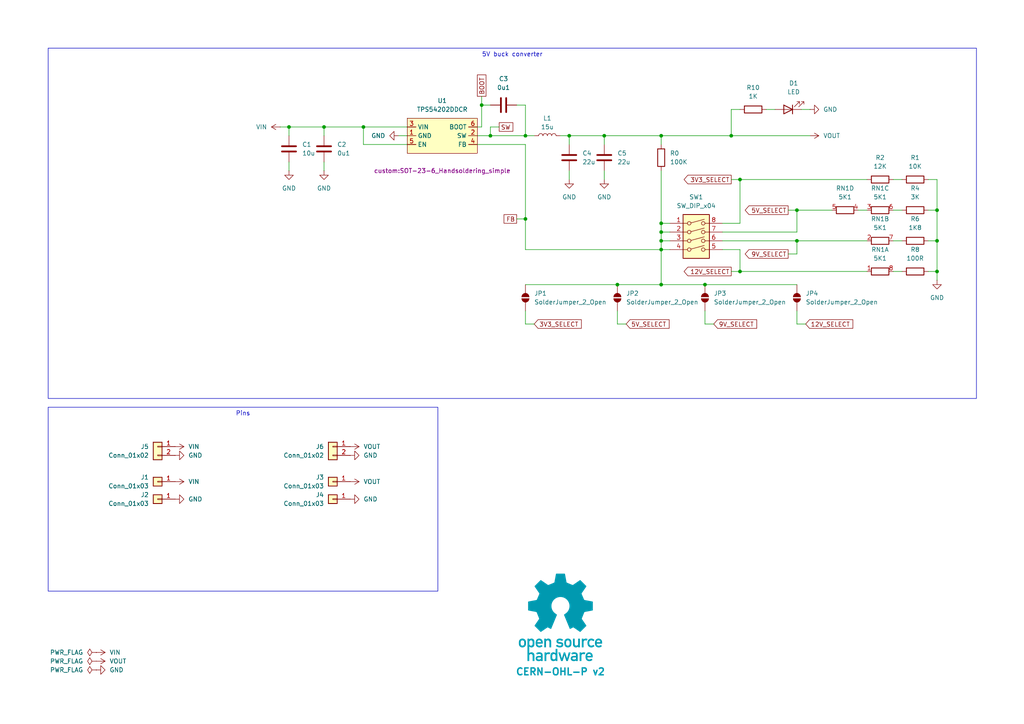
<source format=kicad_sch>
(kicad_sch (version 20231120) (generator "eeschema") (generator_version "8.0")
  (paper "A4")
  (lib_symbols
    (symbol "Connector_Generic:Conn_01x01" (pin_names (offset 1.016) hide)
      (property "Reference" "J" (at 0 2.54 0))
      (property "Value" "Conn_01x01" (at 0 -2.54 0))
      (symbol "Conn_01x01_1_1"
        (rectangle (start -1.27 0.127) (end 0 -0.127) (stroke (width 0.1524)))
        (rectangle (start -1.27 1.27) (end 1.27 -1.27) (stroke (width 0.254)) (fill (type background)))
        (pin passive line (at -5.08 0 0) (length 3.81) (name "Pin_1") (number "1"))
      )
    )
    (symbol "Connector_Generic:Conn_01x02" (pin_names (offset 1.016) hide)
      (property "Reference" "J" (at 0 2.54 0))
      (property "Value" "Conn_01x02" (at 0 -5.08 0))
      (symbol "Conn_01x02_1_1"
        (rectangle (start -1.27 -2.413) (end 0 -2.667) (stroke (width 0.1524)))
        (rectangle (start -1.27 0.127) (end 0 -0.127) (stroke (width 0.1524)))
        (rectangle (start -1.27 1.27) (end 1.27 -3.81) (stroke (width 0.254)) (fill (type background)))
        (pin passive line (at -5.08 0 0) (length 3.81) (name "Pin_1") (number "1"))
        (pin passive line (at -5.08 -2.54 0) (length 3.81) (name "Pin_2") (number "2"))
      )
    )
    (symbol "Device:C" (pin_numbers hide) (pin_names (offset 0.254))
      (property "Reference" "C" (at 0.635 2.54 0))
      (property "Value" "C" (at 0.635 -2.54 0))
      (symbol "C_0_1"
        (polyline (pts (xy -2.032 -0.762) (xy 2.032 -0.762)) (stroke (width 0.508)))
        (polyline (pts (xy -2.032 0.762) (xy 2.032 0.762)) (stroke (width 0.508)))
      )
      (symbol "C_1_1"
        (pin passive line (at 0 3.81 270) (length 2.794) (name "~") (number "1"))
        (pin passive line (at 0 -3.81 90) (length 2.794) (name "~") (number "2"))
      )
    )
    (symbol "Device:L" (pin_numbers hide) (pin_names (offset 1.016) hide)
      (property "Reference" "L" (at -1.27 0 90))
      (property "Value" "L" (at 1.905 0 90))
      (symbol "L_0_1"
        (arc (start 0 -2.54) (mid 0.6323 -1.905) (end 0 -1.27))
        (arc (start 0 -1.27) (mid 0.6323 -0.635) (end 0 0))
        (arc (start 0 0) (mid 0.6323 0.635) (end 0 1.27))
        (arc (start 0 1.27) (mid 0.6323 1.905) (end 0 2.54))
      )
      (symbol "L_1_1"
        (pin passive line (at 0 3.81 270) (length 1.27) (name "1") (number "1"))
        (pin passive line (at 0 -3.81 90) (length 1.27) (name "2") (number "2"))
      )
    )
    (symbol "Device:LED" (pin_numbers hide) (pin_names (offset 1.016) hide)
      (property "Reference" "D" (at 0 2.54 0))
      (property "Value" "LED" (at 0 -2.54 0))
      (symbol "LED_0_1"
        (polyline (pts (xy -1.27 -1.27) (xy -1.27 1.27)) (stroke (width 0.254)))
        (polyline (pts (xy -1.27 0) (xy 1.27 0)))
        (polyline (pts (xy 1.27 -1.27) (xy 1.27 1.27) (xy -1.27 0) (xy 1.27 -1.27)) (stroke (width 0.254)))
        (polyline (pts (xy -3.048 -0.762) (xy -4.572 -2.286) (xy -3.81 -2.286) (xy -4.572 -2.286) (xy -4.572 -1.524)))
        (polyline (pts (xy -1.778 -0.762) (xy -3.302 -2.286) (xy -2.54 -2.286) (xy -3.302 -2.286) (xy -3.302 -1.524)))
      )
      (symbol "LED_1_1"
        (pin passive line (at -3.81 0 0) (length 2.54) (name "K") (number "1"))
        (pin passive line (at 3.81 0 180) (length 2.54) (name "A") (number "2"))
      )
    )
    (symbol "Device:R" (pin_numbers hide) (pin_names (offset 0))
      (property "Reference" "R" (at 2.032 0 90))
      (property "Value" "R" (at 0 0 90))
      (symbol "R_0_1"
        (rectangle (start -1.016 -2.54) (end 1.016 2.54) (stroke (width 0.254)))
      )
      (symbol "R_1_1"
        (pin passive line (at 0 3.81 270) (length 1.27) (name "~") (number "1"))
        (pin passive line (at 0 -3.81 90) (length 1.27) (name "~") (number "2"))
      )
    )
    (symbol "Device:R_Pack04_Split" (pin_names (offset 0) hide)
      (property "Reference" "RN" (at 2.032 0 90))
      (property "Value" "R_Pack04_Split" (at 0 0 90))
      (symbol "R_Pack04_Split_0_1"
        (rectangle (start 1.016 2.54) (end -1.016 -2.54) (stroke (width 0.254)))
      )
      (symbol "R_Pack04_Split_1_1"
        (pin passive line (at 0 -3.81 90) (length 1.27) (name "R1.1") (number "1"))
        (pin passive line (at 0 3.81 270) (length 1.27) (name "R1.2") (number "8"))
      )
      (symbol "R_Pack04_Split_2_1"
        (pin passive line (at 0 -3.81 90) (length 1.27) (name "R2.1") (number "2"))
        (pin passive line (at 0 3.81 270) (length 1.27) (name "R2.2") (number "7"))
      )
      (symbol "R_Pack04_Split_3_1"
        (pin passive line (at 0 -3.81 90) (length 1.27) (name "R3.1") (number "3"))
        (pin passive line (at 0 3.81 270) (length 1.27) (name "R3.2") (number "6"))
      )
      (symbol "R_Pack04_Split_4_1"
        (pin passive line (at 0 -3.81 90) (length 1.27) (name "R4.1") (number "4"))
        (pin passive line (at 0 3.81 270) (length 1.27) (name "R4.2") (number "5"))
      )
    )
    (symbol "Jumper:SolderJumper_2_Open" (pin_numbers hide) (pin_names (offset 0) hide) (exclude_from_sim yes) (in_bom no)
      (property "Reference" "JP" (at 0 2.032 0))
      (property "Value" "SolderJumper_2_Open" (at 0 -2.54 0))
      (symbol "SolderJumper_2_Open_0_1"
        (arc (start -0.254 1.016) (mid -1.2656 0) (end -0.254 -1.016))
        (arc (start -0.254 1.016) (mid -1.2656 0) (end -0.254 -1.016) (fill (type outline)))
        (polyline (pts (xy -0.254 1.016) (xy -0.254 -1.016)))
        (polyline (pts (xy 0.254 1.016) (xy 0.254 -1.016)))
        (arc (start 0.254 -1.016) (mid 1.2656 0) (end 0.254 1.016))
        (arc (start 0.254 -1.016) (mid 1.2656 0) (end 0.254 1.016) (fill (type outline)))
      )
      (symbol "SolderJumper_2_Open_1_1"
        (pin passive line (at -3.81 0 0) (length 2.54) (name "A") (number "1"))
        (pin passive line (at 3.81 0 180) (length 2.54) (name "B") (number "2"))
      )
    )
    (symbol "R_Pack04_Split_1" (pin_names (offset 0) hide)
      (property "Reference" "RN" (at 2.032 0 90))
      (property "Value" "R_Pack04_Split" (at 0 0 90))
      (symbol "R_Pack04_Split_1_0_1"
        (rectangle (start 1.016 2.54) (end -1.016 -2.54) (stroke (width 0.254)))
      )
      (symbol "R_Pack04_Split_1_1_1"
        (pin passive line (at 0 -3.81 90) (length 1.27) (name "R1.1") (number "1"))
        (pin passive line (at 0 3.81 270) (length 1.27) (name "R1.2") (number "8"))
      )
      (symbol "R_Pack04_Split_1_2_1"
        (pin passive line (at 0 -3.81 90) (length 1.27) (name "R2.1") (number "2"))
        (pin passive line (at 0 3.81 270) (length 1.27) (name "R2.2") (number "7"))
      )
      (symbol "R_Pack04_Split_1_3_1"
        (pin passive line (at 0 -3.81 90) (length 1.27) (name "R3.1") (number "3"))
        (pin passive line (at 0 3.81 270) (length 1.27) (name "R3.2") (number "6"))
      )
      (symbol "R_Pack04_Split_1_4_1"
        (pin passive line (at 0 -3.81 90) (length 1.27) (name "R4.1") (number "4"))
        (pin passive line (at 0 3.81 270) (length 1.27) (name "R4.2") (number "5"))
      )
    )
    (symbol "Switch:SW_DIP_x04" (pin_names (offset 0) hide)
      (property "Reference" "SW" (at 0 8.89 0))
      (property "Value" "SW_DIP_x04" (at 0 -6.35 0))
      (symbol "SW_DIP_x04_0_0"
        (circle (center -2.032 -2.54) (radius 0.508))
        (circle (center -2.032 0) (radius 0.508))
        (circle (center -2.032 2.54) (radius 0.508))
        (circle (center -2.032 5.08) (radius 0.508))
        (polyline (pts (xy -1.524 -2.3876) (xy 2.3622 -1.3462)))
        (polyline (pts (xy -1.524 0.127) (xy 2.3622 1.1684)))
        (polyline (pts (xy -1.524 2.667) (xy 2.3622 3.7084)))
        (polyline (pts (xy -1.524 5.207) (xy 2.3622 6.2484)))
        (circle (center 2.032 -2.54) (radius 0.508))
        (circle (center 2.032 0) (radius 0.508))
        (circle (center 2.032 2.54) (radius 0.508))
        (circle (center 2.032 5.08) (radius 0.508))
      )
      (symbol "SW_DIP_x04_0_1"
        (rectangle (start -3.81 7.62) (end 3.81 -5.08) (stroke (width 0.254)) (fill (type background)))
      )
      (symbol "SW_DIP_x04_1_1"
        (pin passive line (at -7.62 5.08 0) (length 5.08) (name "~") (number "1"))
        (pin passive line (at -7.62 2.54 0) (length 5.08) (name "~") (number "2"))
        (pin passive line (at -7.62 0 0) (length 5.08) (name "~") (number "3"))
        (pin passive line (at -7.62 -2.54 0) (length 5.08) (name "~") (number "4"))
        (pin passive line (at 7.62 -2.54 180) (length 5.08) (name "~") (number "5"))
        (pin passive line (at 7.62 0 180) (length 5.08) (name "~") (number "6"))
        (pin passive line (at 7.62 2.54 180) (length 5.08) (name "~") (number "7"))
        (pin passive line (at 7.62 5.08 180) (length 5.08) (name "~") (number "8"))
      )
    )
    (symbol "lcsc:TPS54202DDCR"
      (property "Reference" "U" (at 0 7.62 0))
      (property "Value" "TPS54202DDCR" (at 0 -7.62 0))
      (symbol "TPS54202DDCR_0_1"
        (rectangle (start -10.16 5.08) (end 10.16 -5.08) (fill (type background)))
      )
      (symbol "TPS54202DDCR_1_1"
        (pin power_in line (at -10.16 0 0) (length 2.54) (name "GND") (number "1"))
        (pin passive line (at 10.16 0 180) (length 2.54) (name "SW") (number "2"))
        (pin power_in line (at -10.16 2.54 0) (length 2.54) (name "VIN") (number "3"))
        (pin input line (at 10.16 -2.54 180) (length 2.54) (name "FB") (number "4"))
        (pin passive line (at -10.16 -2.54 0) (length 2.54) (name "EN") (number "5"))
        (pin input line (at 10.16 2.54 180) (length 2.54) (name "BOOT") (number "6"))
      )
    )
    (symbol "power:GND" (power) (pin_numbers hide) (pin_names (offset 0) hide)
      (property "Value" "GND" (at 0 -3.81 0))
      (symbol "GND_0_1"
        (polyline (pts (xy 0 0) (xy 0 -1.27) (xy 1.27 -1.27) (xy 0 -2.54) (xy -1.27 -1.27) (xy 0 -1.27)))
      )
      (symbol "GND_1_1"
        (pin power_in line (at 0 0 270) (length 0) (name "~") (number "1"))
      )
    )
    (symbol "power:PWR_FLAG" (power) (pin_numbers hide) (pin_names (offset 0) hide)
      (property "Value" "PWR_FLAG" (at 0 3.81 0))
      (symbol "PWR_FLAG_0_0"
        (pin power_out line (at 0 0 90) (length 0) (name "~") (number "1"))
      )
      (symbol "PWR_FLAG_0_1"
        (polyline (pts (xy 0 0) (xy 0 1.27) (xy -1.016 1.905) (xy 0 2.54) (xy 1.016 1.905) (xy 0 1.27)))
      )
    )
    (symbol "power:VCC" (power) (pin_numbers hide) (pin_names (offset 0) hide)
      (property "Value" "VCC" (at 0 3.556 0))
      (symbol "VCC_0_1"
        (polyline (pts (xy -0.762 1.27) (xy 0 2.54)))
        (polyline (pts (xy 0 0) (xy 0 2.54)))
        (polyline (pts (xy 0 2.54) (xy 0.762 1.27)))
      )
      (symbol "VCC_1_1"
        (pin power_in line (at 0 0 90) (length 0) (name "~") (number "1"))
      )
    )
  )
  (junction (at 214.63 78.74))
  (junction (at 212.09 39.37))
  (junction (at 204.47 82.55))
  (junction (at 165.1 39.37))
  (junction (at 152.4 39.37))
  (junction (at 191.77 67.31))
  (junction (at 214.63 52.07))
  (junction (at 191.77 69.85))
  (junction (at 152.4 63.5))
  (junction (at 231.14 60.96))
  (junction (at 142.24 39.37))
  (junction (at 105.41 36.83))
  (junction (at 139.7 30.48))
  (junction (at 83.82 36.83))
  (junction (at 175.26 39.37))
  (junction (at 93.98 36.83))
  (junction (at 231.14 69.85))
  (junction (at 191.77 64.77))
  (junction (at 271.78 78.74))
  (junction (at 271.78 69.85))
  (junction (at 191.77 72.39))
  (junction (at 191.77 82.55))
  (junction (at 271.78 60.96))
  (junction (at 179.07 82.55))
  (junction (at 191.77 39.37))
  (wire (pts (xy 251.46 52.07) (xy 214.63 52.07)))
  (wire (pts (xy 209.55 67.31) (xy 231.14 67.31)))
  (wire (pts (xy 259.08 52.07) (xy 261.62 52.07)))
  (wire (pts (xy 142.24 36.83) (xy 142.24 39.37)))
  (wire (pts (xy 204.47 93.98) (xy 207.01 93.98)))
  (wire (pts (xy 83.82 39.37) (xy 83.82 36.83)))
  (wire (pts (xy 152.4 82.55) (xy 179.07 82.55)))
  (wire (pts (xy 115.57 39.37) (xy 118.11 39.37)))
  (wire (pts (xy 191.77 72.39) (xy 191.77 69.85)))
  (wire (pts (xy 214.63 78.74) (xy 214.63 72.39)))
  (wire (pts (xy 204.47 90.17) (xy 204.47 93.98)))
  (wire (pts (xy 214.63 52.07) (xy 214.63 64.77)))
  (wire (pts (xy 144.78 36.83) (xy 142.24 36.83)))
  (wire (pts (xy 228.6 60.96) (xy 231.14 60.96)))
  (wire (pts (xy 271.78 81.28) (xy 271.78 78.74)))
  (wire (pts (xy 191.77 64.77) (xy 191.77 67.31)))
  (wire (pts (xy 231.14 73.66) (xy 231.14 69.85)))
  (wire (pts (xy 241.3 60.96) (xy 231.14 60.96)))
  (wire (pts (xy 194.31 67.31) (xy 191.77 67.31)))
  (wire (pts (xy 261.62 60.96) (xy 259.08 60.96)))
  (wire (pts (xy 139.7 30.48) (xy 139.7 36.83)))
  (wire (pts (xy 191.77 49.53) (xy 191.77 64.77)))
  (wire (pts (xy 214.63 31.75) (xy 212.09 31.75)))
  (wire (pts (xy 149.86 30.48) (xy 152.4 30.48)))
  (wire (pts (xy 204.47 82.55) (xy 231.14 82.55)))
  (wire (pts (xy 231.14 60.96) (xy 231.14 67.31)))
  (wire (pts (xy 234.95 39.37) (xy 212.09 39.37)))
  (wire (pts (xy 234.95 31.75) (xy 232.41 31.75)))
  (wire (pts (xy 191.77 82.55) (xy 204.47 82.55)))
  (wire (pts (xy 269.24 52.07) (xy 271.78 52.07)))
  (wire (pts (xy 194.31 64.77) (xy 191.77 64.77)))
  (wire (pts (xy 165.1 52.07) (xy 165.1 49.53)))
  (wire (pts (xy 212.09 39.37) (xy 191.77 39.37)))
  (wire (pts (xy 105.41 36.83) (xy 118.11 36.83)))
  (wire (pts (xy 93.98 39.37) (xy 93.98 36.83)))
  (wire (pts (xy 83.82 49.53) (xy 83.82 46.99)))
  (wire (pts (xy 175.26 52.07) (xy 175.26 49.53)))
  (wire (pts (xy 212.09 52.07) (xy 214.63 52.07)))
  (wire (pts (xy 194.31 72.39) (xy 191.77 72.39)))
  (wire (pts (xy 271.78 69.85) (xy 271.78 78.74)))
  (wire (pts (xy 269.24 69.85) (xy 271.78 69.85)))
  (wire (pts (xy 222.25 31.75) (xy 224.79 31.75)))
  (wire (pts (xy 152.4 30.48) (xy 152.4 39.37)))
  (wire (pts (xy 142.24 39.37) (xy 152.4 39.37)))
  (wire (pts (xy 83.82 36.83) (xy 93.98 36.83)))
  (wire (pts (xy 212.09 31.75) (xy 212.09 39.37)))
  (wire (pts (xy 271.78 52.07) (xy 271.78 60.96)))
  (wire (pts (xy 152.4 90.17) (xy 152.4 93.98)))
  (wire (pts (xy 191.77 39.37) (xy 175.26 39.37)))
  (wire (pts (xy 165.1 39.37) (xy 175.26 39.37)))
  (wire (pts (xy 259.08 78.74) (xy 261.62 78.74)))
  (wire (pts (xy 138.43 41.91) (xy 152.4 41.91)))
  (wire (pts (xy 191.77 72.39) (xy 191.77 82.55)))
  (wire (pts (xy 81.28 36.83) (xy 83.82 36.83)))
  (wire (pts (xy 93.98 36.83) (xy 105.41 36.83)))
  (wire (pts (xy 138.43 39.37) (xy 142.24 39.37)))
  (wire (pts (xy 152.4 41.91) (xy 152.4 63.5)))
  (wire (pts (xy 105.41 41.91) (xy 105.41 36.83)))
  (wire (pts (xy 175.26 41.91) (xy 175.26 39.37)))
  (wire (pts (xy 214.63 72.39) (xy 209.55 72.39)))
  (wire (pts (xy 191.77 67.31) (xy 191.77 69.85)))
  (wire (pts (xy 191.77 39.37) (xy 191.77 41.91)))
  (wire (pts (xy 179.07 93.98) (xy 181.61 93.98)))
  (wire (pts (xy 228.6 73.66) (xy 231.14 73.66)))
  (wire (pts (xy 152.4 39.37) (xy 154.94 39.37)))
  (wire (pts (xy 231.14 93.98) (xy 233.68 93.98)))
  (wire (pts (xy 231.14 90.17) (xy 231.14 93.98)))
  (wire (pts (xy 165.1 39.37) (xy 165.1 41.91)))
  (wire (pts (xy 179.07 82.55) (xy 191.77 82.55)))
  (wire (pts (xy 271.78 60.96) (xy 271.78 69.85)))
  (wire (pts (xy 152.4 63.5) (xy 152.4 72.39)))
  (wire (pts (xy 152.4 93.98) (xy 154.94 93.98)))
  (wire (pts (xy 105.41 41.91) (xy 118.11 41.91)))
  (wire (pts (xy 251.46 78.74) (xy 214.63 78.74)))
  (wire (pts (xy 149.86 63.5) (xy 152.4 63.5)))
  (wire (pts (xy 212.09 78.74) (xy 214.63 78.74)))
  (wire (pts (xy 209.55 69.85) (xy 231.14 69.85)))
  (wire (pts (xy 139.7 36.83) (xy 138.43 36.83)))
  (wire (pts (xy 251.46 60.96) (xy 248.92 60.96)))
  (wire (pts (xy 93.98 49.53) (xy 93.98 46.99)))
  (wire (pts (xy 231.14 69.85) (xy 251.46 69.85)))
  (wire (pts (xy 139.7 27.94) (xy 139.7 30.48)))
  (wire (pts (xy 152.4 72.39) (xy 191.77 72.39)))
  (wire (pts (xy 214.63 64.77) (xy 209.55 64.77)))
  (wire (pts (xy 261.62 69.85) (xy 259.08 69.85)))
  (wire (pts (xy 271.78 78.74) (xy 269.24 78.74)))
  (wire (pts (xy 162.56 39.37) (xy 165.1 39.37)))
  (wire (pts (xy 179.07 90.17) (xy 179.07 93.98)))
  (wire (pts (xy 142.24 30.48) (xy 139.7 30.48)))
  (wire (pts (xy 269.24 60.96) (xy 271.78 60.96)))
  (wire (pts (xy 194.31 69.85) (xy 191.77 69.85)))
  (image (at 162.56 179.07) (scale 0.37481))
  (text_box "5V buck converter\n" (at 13.97 13.97 0) (size 269.24 101.6) (effects (font (size 1.27 1.27)) (justify top)))
  (text_box "Pins" (at 13.97 118.11 0) (size 113.03 53.34) (effects (font (size 1.27 1.27)) (justify top)))
  (text "CERN-OHL-P v2" (at 162.56 195.072 0) (effects (font (size 2 2) (thickness 0.4) (bold yes))))
  (global_label "3V3_SELECT" (shape output) (at 212.09 52.07 180) (property "Intersheetrefs" "${INTERSHEET_REFS}" (effects (hide yes))))
  (global_label "5V_SELECT" (shape input) (at 181.61 93.98 0) (property "Intersheetrefs" "${INTERSHEET_REFS}" (effects (hide yes))))
  (global_label "12V_SELECT" (shape input) (at 233.68 93.98 0) (property "Intersheetrefs" "${INTERSHEET_REFS}" (effects (hide yes))))
  (global_label "BOOT" (shape passive) (at 139.7 27.94 90) (property "Intersheetrefs" "${INTERSHEET_REFS}" (effects (hide yes))))
  (global_label "SW" (shape passive) (at 144.78 36.83 0) (property "Intersheetrefs" "${INTERSHEET_REFS}" (effects (hide yes))))
  (global_label "9V_SELECT" (shape output) (at 228.6 73.66 180) (property "Intersheetrefs" "${INTERSHEET_REFS}" (effects (hide yes))))
  (global_label "5V_SELECT" (shape output) (at 228.6 60.96 180) (property "Intersheetrefs" "${INTERSHEET_REFS}" (effects (hide yes))))
  (global_label "9V_SELECT" (shape input) (at 207.01 93.98 0) (property "Intersheetrefs" "${INTERSHEET_REFS}" (effects (hide yes))))
  (global_label "12V_SELECT" (shape output) (at 212.09 78.74 180) (property "Intersheetrefs" "${INTERSHEET_REFS}" (effects (hide yes))))
  (global_label "3V3_SELECT" (shape input) (at 154.94 93.98 0) (property "Intersheetrefs" "${INTERSHEET_REFS}" (effects (hide yes))))
  (global_label "FB" (shape passive) (at 149.86 63.5 180) (property "Intersheetrefs" "${INTERSHEET_REFS}" (effects (hide yes))))
  (symbol (lib_id "Connector_Generic:Conn_01x01") (at 96.52 139.7 0) (mirror y) (unit 1)
    (property "Reference" "J3" (at 93.98 138.4299 0) (effects (justify left)))
    (property "Value" "Conn_01x03" (at 93.98 140.9699 0) (effects (justify left)))
    (property "Footprint" "custom:PinHeader_1x01_P2.54mm_simple" (effects (hide yes)))
    (property "Description" "Generic connector, single row, 01x01, script generated (kicad-library-utils/schlib/autogen/connector/)" (effects (hide yes)))
  )
  (symbol (lib_id "power:VCC") (at 81.28 36.83 90) (unit 1)
    (property "Reference" "#PWR05" (effects (hide yes)))
    (property "Value" "VIN" (at 77.47 36.8299 90) (effects (justify left)))
    (property "Description" "Power symbol creates a global label with name \"VCC\"" (effects (hide yes)))
  )
  (symbol (lib_id "power:VCC") (at 27.94 191.77 270) (mirror x) (unit 1)
    (property "Reference" "#PWR01" (effects (hide yes)))
    (property "Value" "VOUT" (at 31.75 191.7699 90) (effects (justify left)))
    (property "Description" "Power symbol creates a global label with name \"VCC\"" (effects (hide yes)))
  )
  (symbol (lib_id "Device:R") (at 191.77 45.72 0) (unit 1)
    (property "Reference" "R0" (at 194.31 44.4499 0) (effects (justify left)))
    (property "Value" "100K" (at 194.31 46.9899 0) (effects (justify left)))
    (property "Footprint" "Resistor_SMD:R_0805_2012Metric_Pad1.20x1.40mm_HandSolder" (effects (hide yes)))
    (property "Description" "Resistor" (effects (hide yes)))
  )
  (symbol (lib_id "Device:R_Pack04_Split") (at 255.27 69.85 270) (unit 2)
    (property "Reference" "RN1" (at 255.27 63.5 90))
    (property "Value" "5K1" (at 255.27 66.04 90))
    (property "Footprint" "Resistor_SMD:R_Array_Convex_4x0603" (effects (hide yes)))
    (property "Description" "4 resistor network, parallel topology, split" (effects (hide yes)))
  )
  (symbol (lib_id "Device:R") (at 265.43 60.96 90) (unit 1)
    (property "Reference" "R4" (at 265.43 54.61 90))
    (property "Value" "3K" (at 265.43 57.15 90))
    (property "Footprint" "Resistor_SMD:R_0805_2012Metric_Pad1.20x1.40mm_HandSolder" (effects (hide yes)))
    (property "Description" "Resistor" (effects (hide yes)))
  )
  (symbol (lib_id "Device:C") (at 165.1 45.72 0) (unit 1)
    (property "Reference" "C4" (at 168.91 44.4499 0) (effects (justify left)))
    (property "Value" "22u" (at 168.91 46.9899 0) (effects (justify left)))
    (property "Footprint" "custom:C_0805_2012Metric_Pad1.18x1.45mm_HandSolder" (effects (hide yes)))
    (property "Description" "Unpolarized capacitor" (effects (hide yes)))
    (property "LCSC Part" "C45783" (effects (hide yes)))
  )
  (symbol (lib_id "power:VCC") (at 101.6 129.54 270) (mirror x) (unit 1)
    (property "Reference" "#PWR019" (effects (hide yes)))
    (property "Value" "VOUT" (at 105.41 129.5399 90) (effects (justify left)))
    (property "Description" "Power symbol creates a global label with name \"VCC\"" (effects (hide yes)))
  )
  (symbol (lib_id "Connector_Generic:Conn_01x02") (at 45.72 129.54 0) (mirror y) (unit 1)
    (property "Reference" "J5" (at 43.18 129.5399 0) (effects (justify left)))
    (property "Value" "Conn_01x02" (at 43.18 132.0799 0) (effects (justify left)))
    (property "Footprint" "custom:JST_XH_S2B-XH-2AW_1x02_P2.50mm_pad2gnd_trim2" (effects (hide yes)))
    (property "Description" "Generic connector, single row, 01x02, script generated (kicad-library-utils/schlib/autogen/connector/)" (effects (hide yes)))
  )
  (symbol (lib_id "power:GND") (at 165.1 52.07 0) (unit 1)
    (property "Reference" "#PWR08" (effects (hide yes)))
    (property "Value" "GND" (at 165.1 57.15 0))
    (property "Description" "Power symbol creates a global label with name \"GND\" , ground" (effects (hide yes)))
  )
  (symbol (lib_id "power:GND") (at 271.78 81.28 0) (unit 1)
    (property "Reference" "#PWR011" (effects (hide yes)))
    (property "Value" "GND" (at 271.78 86.36 0))
    (property "Description" "Power symbol creates a global label with name \"GND\" , ground" (effects (hide yes)))
  )
  (symbol (lib_id "power:VCC") (at 27.94 189.23 270) (mirror x) (unit 1)
    (property "Reference" "#PWR03" (effects (hide yes)))
    (property "Value" "VIN" (at 31.75 189.2299 90) (effects (justify left)))
    (property "Description" "Power symbol creates a global label with name \"VCC\"" (effects (hide yes)))
  )
  (symbol (lib_id "Switch:SW_DIP_x04") (at 201.93 69.85 0) (unit 1)
    (property "Reference" "SW1" (at 201.93 57.15 0))
    (property "Value" "SW_DIP_x04" (at 201.93 59.69 0))
    (property "Footprint" "custom:SW_DIP_SPSTx04_Slide_P1.27mm_simple" (effects (hide yes)))
    (property "Description" "4x DIP Switch, Single Pole Single Throw (SPST) switch, small symbol" (effects (hide yes)))
  )
  (symbol (lib_id "Jumper:SolderJumper_2_Open") (at 152.4 86.36 90) (unit 1) (exclude_from_sim yes) (in_bom no)
    (property "Reference" "JP1" (at 154.94 85.0899 90) (effects (justify right)))
    (property "Value" "SolderJumper_2_Open" (at 154.94 87.6299 90) (effects (justify right)))
    (property "Footprint" "custom:SolderJumper-2_P1.3mm_Open_RoundedPad1.0x1.5mm_simple" (effects (hide yes)))
    (property "Description" "Solder Jumper, 2-pole, open" (effects (hide yes)))
  )
  (symbol (lib_id "power:VCC") (at 101.6 139.7 270) (mirror x) (unit 1)
    (property "Reference" "#PWR012" (effects (hide yes)))
    (property "Value" "VOUT" (at 105.41 139.6999 90) (effects (justify left)))
    (property "Description" "Power symbol creates a global label with name \"VCC\"" (effects (hide yes)))
  )
  (symbol (lib_id "Device:R") (at 265.43 52.07 90) (unit 1)
    (property "Reference" "R1" (at 265.43 45.72 90))
    (property "Value" "10K" (at 265.43 48.26 90))
    (property "Footprint" "Resistor_SMD:R_0805_2012Metric_Pad1.20x1.40mm_HandSolder" (effects (hide yes)))
    (property "Description" "Resistor" (effects (hide yes)))
  )
  (symbol (lib_id "Device:R_Pack04_Split") (at 255.27 60.96 270) (unit 3)
    (property "Reference" "RN1" (at 255.27 54.61 90))
    (property "Value" "5K1" (at 255.27 57.15 90))
    (property "Footprint" "Resistor_SMD:R_Array_Convex_4x0603" (effects (hide yes)))
    (property "Description" "4 resistor network, parallel topology, split" (effects (hide yes)))
  )
  (symbol (lib_id "Device:C") (at 83.82 43.18 0) (unit 1)
    (property "Reference" "C1" (at 87.63 41.9099 0) (effects (justify left)))
    (property "Value" "10u" (at 87.63 44.4499 0) (effects (justify left)))
    (property "Footprint" "custom:C_0805_2012Metric_Pad1.18x1.45mm_HandSolder" (effects (hide yes)))
    (property "Description" "Unpolarized capacitor" (effects (hide yes)))
    (property "LCSC Part" "C440198" (effects (hide yes)))
  )
  (symbol (lib_id "power:GND") (at 101.6 132.08 90) (mirror x) (unit 1)
    (property "Reference" "#PWR014" (effects (hide yes)))
    (property "Value" "GND" (at 105.41 132.0799 90) (effects (justify right)))
    (property "Description" "Power symbol creates a global label with name \"GND\" , ground" (effects (hide yes)))
  )
  (symbol (lib_id "Jumper:SolderJumper_2_Open") (at 179.07 86.36 90) (unit 1) (exclude_from_sim yes) (in_bom no)
    (property "Reference" "JP2" (at 181.61 85.0899 90) (effects (justify right)))
    (property "Value" "SolderJumper_2_Open" (at 181.61 87.6299 90) (effects (justify right)))
    (property "Footprint" "custom:SolderJumper-2_P1.3mm_Open_RoundedPad1.0x1.5mm_simple" (effects (hide yes)))
    (property "Description" "Solder Jumper, 2-pole, open" (effects (hide yes)))
  )
  (symbol (lib_name "R_Pack04_Split_1") (lib_id "Device:R_Pack04_Split") (at 245.11 60.96 90) (unit 4)
    (property "Reference" "RN1" (at 245.11 54.61 90))
    (property "Value" "5K1" (at 245.11 57.15 90))
    (property "Footprint" "Resistor_SMD:R_Array_Convex_4x0603" (effects (hide yes)))
    (property "Description" "4 resistor network, parallel topology, split" (effects (hide yes)))
  )
  (symbol (lib_id "power:PWR_FLAG") (at 27.94 191.77 90) (mirror x) (unit 1)
    (property "Reference" "#FLG01" (effects (hide yes)))
    (property "Value" "PWR_FLAG" (at 24.13 191.7699 90) (effects (justify left)))
    (property "Description" "Special symbol for telling ERC where power comes from" (effects (hide yes)))
  )
  (symbol (lib_id "Connector_Generic:Conn_01x01") (at 45.72 144.78 0) (mirror y) (unit 1)
    (property "Reference" "J2" (at 43.18 143.5099 0) (effects (justify left)))
    (property "Value" "Conn_01x03" (at 43.18 146.0499 0) (effects (justify left)))
    (property "Footprint" "custom:PinHeader_1x01_P2.54mm_simple_square" (effects (hide yes)))
    (property "Description" "Generic connector, single row, 01x01, script generated (kicad-library-utils/schlib/autogen/connector/)" (effects (hide yes)))
  )
  (symbol (lib_id "power:GND") (at 101.6 144.78 90) (mirror x) (unit 1)
    (property "Reference" "#PWR015" (effects (hide yes)))
    (property "Value" "GND" (at 105.41 144.7799 90) (effects (justify right)))
    (property "Description" "Power symbol creates a global label with name \"GND\" , ground" (effects (hide yes)))
  )
  (symbol (lib_id "Device:R") (at 265.43 78.74 90) (unit 1)
    (property "Reference" "R8" (at 265.43 72.39 90))
    (property "Value" "100R" (at 265.43 74.93 90))
    (property "Footprint" "Resistor_SMD:R_0805_2012Metric_Pad1.20x1.40mm_HandSolder" (effects (hide yes)))
    (property "Description" "Resistor" (effects (hide yes)))
  )
  (symbol (lib_id "power:GND") (at 115.57 39.37 270) (unit 1)
    (property "Reference" "#PWR04" (effects (hide yes)))
    (property "Value" "GND" (at 111.76 39.3699 90) (effects (justify right)))
    (property "Description" "Power symbol creates a global label with name \"GND\" , ground" (effects (hide yes)))
  )
  (symbol (lib_id "lcsc:TPS54202DDCR") (at 128.27 39.37 0) (unit 1)
    (property "Reference" "U1" (at 128.27 29.21 0))
    (property "Value" "TPS54202DDCR" (at 128.27 31.75 0))
    (property "Footprint" "custom:SOT-23-6_Handsoldering_simple" (at 128.27 49.53 0))
    (property "Datasheet" "https://lcsc.com/product-detail/Others_Texas-Instruments_TPS54202DDCR_Texas-Instruments-TI-TPS54202DDCR_C191884.html" (effects (hide yes)))
    (property "LCSC Part" "C191884" (effects (hide yes)))
    (property "JLCPCB_CORRECTION" "0; 0; 270" (effects (hide yes)))
  )
  (symbol (lib_id "Device:R_Pack04_Split") (at 255.27 78.74 270) (unit 1)
    (property "Reference" "RN1" (at 255.27 72.39 90))
    (property "Value" "5K1" (at 255.27 74.93 90))
    (property "Footprint" "Resistor_SMD:R_Array_Convex_4x0603" (effects (hide yes)))
    (property "Description" "4 resistor network, parallel topology, split" (effects (hide yes)))
  )
  (symbol (lib_id "power:GND") (at 83.82 49.53 0) (unit 1)
    (property "Reference" "#PWR06" (effects (hide yes)))
    (property "Value" "GND" (at 83.82 54.61 0))
    (property "Description" "Power symbol creates a global label with name \"GND\" , ground" (effects (hide yes)))
  )
  (symbol (lib_id "Device:L") (at 158.75 39.37 90) (unit 1)
    (property "Reference" "L1" (at 158.75 34.29 90))
    (property "Value" "15u" (at 158.75 36.83 90))
    (property "Footprint" "custom:Inductor_Multi_7.0x6.6_plus" (effects (hide yes)))
    (property "Description" "Inductor" (effects (hide yes)))
  )
  (symbol (lib_id "power:PWR_FLAG") (at 27.94 189.23 90) (mirror x) (unit 1)
    (property "Reference" "#FLG03" (effects (hide yes)))
    (property "Value" "PWR_FLAG" (at 24.13 189.2299 90) (effects (justify left)))
    (property "Description" "Special symbol for telling ERC where power comes from" (effects (hide yes)))
  )
  (symbol (lib_id "power:GND") (at 234.95 31.75 90) (unit 1)
    (property "Reference" "#PWR020" (effects (hide yes)))
    (property "Value" "GND" (at 238.76 31.7499 90) (effects (justify right)))
    (property "Description" "Power symbol creates a global label with name \"GND\" , ground" (effects (hide yes)))
  )
  (symbol (lib_id "Device:C") (at 146.05 30.48 90) (unit 1)
    (property "Reference" "C3" (at 146.05 22.86 90))
    (property "Value" "0u1" (at 146.05 25.4 90))
    (property "Footprint" "custom:C_0805_2012Metric_Pad1.18x1.45mm_HandSolder" (effects (hide yes)))
    (property "Description" "Unpolarized capacitor" (effects (hide yes)))
  )
  (symbol (lib_id "Connector_Generic:Conn_01x01") (at 45.72 139.7 0) (mirror y) (unit 1)
    (property "Reference" "J1" (at 43.18 138.4299 0) (effects (justify left)))
    (property "Value" "Conn_01x03" (at 43.18 140.9699 0) (effects (justify left)))
    (property "Footprint" "custom:PinHeader_1x01_P2.54mm_simple" (effects (hide yes)))
    (property "Description" "Generic connector, single row, 01x01, script generated (kicad-library-utils/schlib/autogen/connector/)" (effects (hide yes)))
  )
  (symbol (lib_id "power:VCC") (at 50.8 139.7 270) (mirror x) (unit 1)
    (property "Reference" "#PWR013" (effects (hide yes)))
    (property "Value" "VIN" (at 54.61 139.6999 90) (effects (justify left)))
    (property "Description" "Power symbol creates a global label with name \"VCC\"" (effects (hide yes)))
  )
  (symbol (lib_id "power:PWR_FLAG") (at 27.94 194.31 90) (mirror x) (unit 1)
    (property "Reference" "#FLG02" (effects (hide yes)))
    (property "Value" "PWR_FLAG" (at 24.13 194.3099 90) (effects (justify left)))
    (property "Description" "Special symbol for telling ERC where power comes from" (effects (hide yes)))
  )
  (symbol (lib_id "Device:C") (at 175.26 45.72 0) (unit 1)
    (property "Reference" "C5" (at 179.07 44.4499 0) (effects (justify left)))
    (property "Value" "22u" (at 179.07 46.9899 0) (effects (justify left)))
    (property "Footprint" "custom:C_0805_2012Metric_Pad1.18x1.45mm_HandSolder" (effects (hide yes)))
    (property "Description" "Unpolarized capacitor" (effects (hide yes)))
    (property "LCSC Part" "C45783" (effects (hide yes)))
  )
  (symbol (lib_id "power:VCC") (at 234.95 39.37 270) (unit 1)
    (property "Reference" "#PWR010" (effects (hide yes)))
    (property "Value" "VOUT" (at 238.76 39.3701 90) (effects (justify left)))
    (property "Description" "Power symbol creates a global label with name \"VCC\"" (effects (hide yes)))
  )
  (symbol (lib_id "Jumper:SolderJumper_2_Open") (at 204.47 86.36 90) (unit 1) (exclude_from_sim yes) (in_bom no)
    (property "Reference" "JP3" (at 207.01 85.0899 90) (effects (justify right)))
    (property "Value" "SolderJumper_2_Open" (at 207.01 87.6299 90) (effects (justify right)))
    (property "Footprint" "custom:SolderJumper-2_P1.3mm_Open_RoundedPad1.0x1.5mm_simple" (effects (hide yes)))
    (property "Description" "Solder Jumper, 2-pole, open" (effects (hide yes)))
  )
  (symbol (lib_id "Device:C") (at 93.98 43.18 0) (unit 1)
    (property "Reference" "C2" (at 97.79 41.9099 0) (effects (justify left)))
    (property "Value" "0u1" (at 97.79 44.4499 0) (effects (justify left)))
    (property "Footprint" "custom:C_0805_2012Metric_Pad1.18x1.45mm_HandSolder" (effects (hide yes)))
    (property "Description" "Unpolarized capacitor" (effects (hide yes)))
  )
  (symbol (lib_id "Device:R") (at 255.27 52.07 90) (unit 1)
    (property "Reference" "R2" (at 255.27 45.72 90))
    (property "Value" "12K" (at 255.27 48.26 90))
    (property "Footprint" "Resistor_SMD:R_0805_2012Metric_Pad1.20x1.40mm_HandSolder" (effects (hide yes)))
    (property "Description" "Resistor" (effects (hide yes)))
  )
  (symbol (lib_id "power:GND") (at 50.8 132.08 90) (mirror x) (unit 1)
    (property "Reference" "#PWR016" (effects (hide yes)))
    (property "Value" "GND" (at 54.61 132.0799 90) (effects (justify right)))
    (property "Description" "Power symbol creates a global label with name \"GND\" , ground" (effects (hide yes)))
  )
  (symbol (lib_id "Connector_Generic:Conn_01x01") (at 96.52 144.78 0) (mirror y) (unit 1)
    (property "Reference" "J4" (at 93.98 143.5099 0) (effects (justify left)))
    (property "Value" "Conn_01x03" (at 93.98 146.0499 0) (effects (justify left)))
    (property "Footprint" "custom:PinHeader_1x01_P2.54mm_simple_square" (effects (hide yes)))
    (property "Description" "Generic connector, single row, 01x01, script generated (kicad-library-utils/schlib/autogen/connector/)" (effects (hide yes)))
  )
  (symbol (lib_id "power:GND") (at 175.26 52.07 0) (unit 1)
    (property "Reference" "#PWR09" (effects (hide yes)))
    (property "Value" "GND" (at 175.26 57.15 0))
    (property "Description" "Power symbol creates a global label with name \"GND\" , ground" (effects (hide yes)))
  )
  (symbol (lib_id "Device:R") (at 218.44 31.75 90) (unit 1)
    (property "Reference" "R10" (at 218.44 25.4 90))
    (property "Value" "1K" (at 218.44 27.94 90))
    (property "Footprint" "Resistor_SMD:R_0805_2012Metric_Pad1.20x1.40mm_HandSolder" (effects (hide yes)))
    (property "Description" "Resistor" (effects (hide yes)))
  )
  (symbol (lib_id "power:GND") (at 93.98 49.53 0) (unit 1)
    (property "Reference" "#PWR07" (effects (hide yes)))
    (property "Value" "GND" (at 93.98 54.61 0))
    (property "Description" "Power symbol creates a global label with name \"GND\" , ground" (effects (hide yes)))
  )
  (symbol (lib_id "power:VCC") (at 50.8 129.54 270) (mirror x) (unit 1)
    (property "Reference" "#PWR018" (effects (hide yes)))
    (property "Value" "VIN" (at 54.61 129.5399 90) (effects (justify left)))
    (property "Description" "Power symbol creates a global label with name \"VCC\"" (effects (hide yes)))
  )
  (symbol (lib_id "power:GND") (at 50.8 144.78 90) (mirror x) (unit 1)
    (property "Reference" "#PWR017" (effects (hide yes)))
    (property "Value" "GND" (at 54.61 144.7799 90) (effects (justify right)))
    (property "Description" "Power symbol creates a global label with name \"GND\" , ground" (effects (hide yes)))
  )
  (symbol (lib_id "Device:LED") (at 228.6 31.75 180) (unit 1)
    (property "Reference" "D1" (at 230.1875 24.13 0))
    (property "Value" "LED" (at 230.1875 26.67 0))
    (property "Footprint" "custom:LED_0805_2012Metric_Pad1.15x1.40mm_HandSolder_simple" (effects (hide yes)))
    (property "Description" "Light emitting diode" (effects (hide yes)))
  )
  (symbol (lib_id "Jumper:SolderJumper_2_Open") (at 231.14 86.36 90) (unit 1) (exclude_from_sim yes) (in_bom no)
    (property "Reference" "JP4" (at 233.68 85.0899 90) (effects (justify right)))
    (property "Value" "SolderJumper_2_Open" (at 233.68 87.6299 90) (effects (justify right)))
    (property "Footprint" "custom:SolderJumper-2_P1.3mm_Open_RoundedPad1.0x1.5mm_simple" (effects (hide yes)))
    (property "Description" "Solder Jumper, 2-pole, open" (effects (hide yes)))
  )
  (symbol (lib_id "Device:R") (at 265.43 69.85 90) (unit 1)
    (property "Reference" "R6" (at 265.43 63.5 90))
    (property "Value" "1K8" (at 265.43 66.04 90))
    (property "Footprint" "Resistor_SMD:R_0805_2012Metric_Pad1.20x1.40mm_HandSolder" (effects (hide yes)))
    (property "Description" "Resistor" (effects (hide yes)))
  )
  (symbol (lib_id "power:GND") (at 27.94 194.31 90) (mirror x) (unit 1)
    (property "Reference" "#PWR02" (effects (hide yes)))
    (property "Value" "GND" (at 31.75 194.3099 90) (effects (justify right)))
    (property "Description" "Power symbol creates a global label with name \"GND\" , ground" (effects (hide yes)))
  )
  (symbol (lib_id "Connector_Generic:Conn_01x02") (at 96.52 129.54 0) (mirror y) (unit 1)
    (property "Reference" "J6" (at 93.98 129.5399 0) (effects (justify left)))
    (property "Value" "Conn_01x02" (at 93.98 132.0799 0) (effects (justify left)))
    (property "Footprint" "custom:JST_XH_S2B-XH-2AW_1x02_P2.50mm_pad2gnd_trim2" (effects (hide yes)))
    (property "Description" "Generic connector, single row, 01x02, script generated (kicad-library-utils/schlib/autogen/connector/)" (effects (hide yes)))
  )
)
</source>
